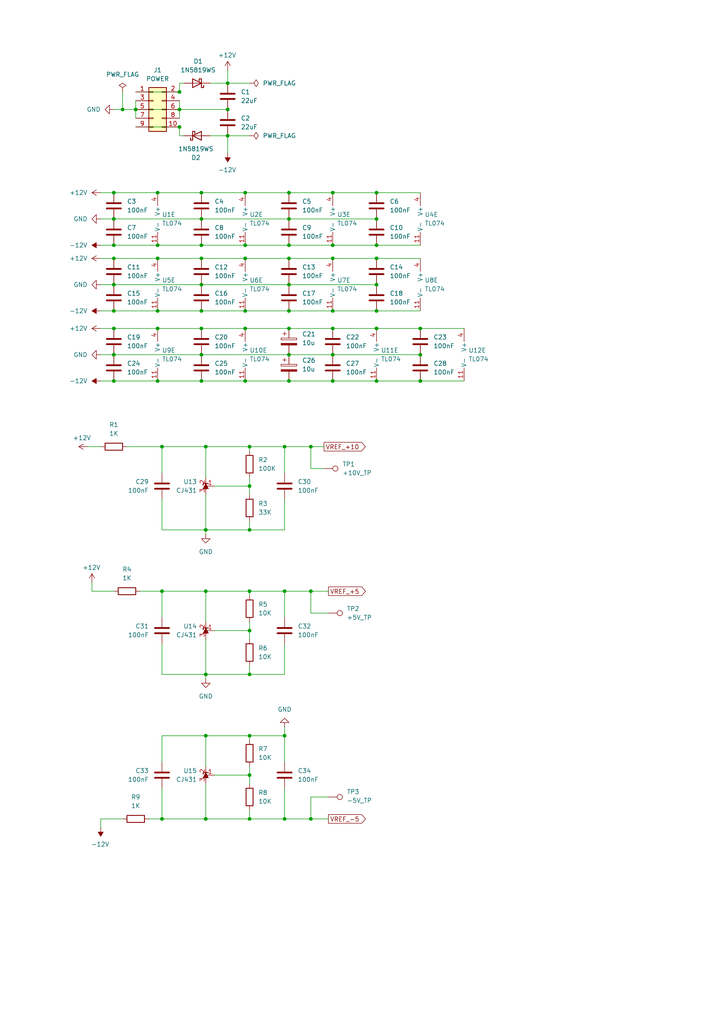
<source format=kicad_sch>
(kicad_sch (version 20231120) (generator "eeschema") (generator_version "8.0")
  (paper "A4" portrait)
  (title_block (title "Power") (date "2025-03-23") (rev "1.0") (company "StudioKAT"))
  (lib_symbols
    (symbol "Amplifier_Operational:TL074" (pin_names (offset 0.127))
      (property "Reference" "U" (at 0 5.08 0))
      (property "Value" "TL074" (at 0 -5.08 0))
      (symbol "TL074_1_1"
        (polyline (pts (xy -5.08 5.08) (xy 5.08 0) (xy -5.08 -5.08) (xy -5.08 5.08)) (stroke (width 0.254)) (fill (type background)))
        (pin output line (at 7.62 0 180) (length 2.54) (name "~") (number "1"))
        (pin input line (at -7.62 -2.54 0) (length 2.54) (name "-") (number "2"))
        (pin input line (at -7.62 2.54 0) (length 2.54) (name "+") (number "3"))
      )
      (symbol "TL074_2_1"
        (polyline (pts (xy -5.08 5.08) (xy 5.08 0) (xy -5.08 -5.08) (xy -5.08 5.08)) (stroke (width 0.254)) (fill (type background)))
        (pin input line (at -7.62 2.54 0) (length 2.54) (name "+") (number "5"))
        (pin input line (at -7.62 -2.54 0) (length 2.54) (name "-") (number "6"))
        (pin output line (at 7.62 0 180) (length 2.54) (name "~") (number "7"))
      )
      (symbol "TL074_3_1"
        (polyline (pts (xy -5.08 5.08) (xy 5.08 0) (xy -5.08 -5.08) (xy -5.08 5.08)) (stroke (width 0.254)) (fill (type background)))
        (pin input line (at -7.62 2.54 0) (length 2.54) (name "+") (number "10"))
        (pin output line (at 7.62 0 180) (length 2.54) (name "~") (number "8"))
        (pin input line (at -7.62 -2.54 0) (length 2.54) (name "-") (number "9"))
      )
      (symbol "TL074_4_1"
        (polyline (pts (xy -5.08 5.08) (xy 5.08 0) (xy -5.08 -5.08) (xy -5.08 5.08)) (stroke (width 0.254)) (fill (type background)))
        (pin input line (at -7.62 2.54 0) (length 2.54) (name "+") (number "12"))
        (pin input line (at -7.62 -2.54 0) (length 2.54) (name "-") (number "13"))
        (pin output line (at 7.62 0 180) (length 2.54) (name "~") (number "14"))
      )
      (symbol "TL074_5_1"
        (pin power_in line (at -2.54 -7.62 90) (length 3.81) (name "V-") (number "11"))
        (pin power_in line (at -2.54 7.62 270) (length 3.81) (name "V+") (number "4"))
      )
    )
    (symbol "Connector:TestPoint" (pin_numbers hide) (pin_names (offset 0.762) hide)
      (property "Reference" "TP" (at 0 6.858 0))
      (property "Value" "TestPoint" (at 0 5.08 0))
      (symbol "TestPoint_0_1"
        (circle (center 0 3.302) (radius 0.762))
      )
      (symbol "TestPoint_1_1"
        (pin passive line (at 0 0 90) (length 2.54) (name "1") (number "1"))
      )
    )
    (symbol "Connector_Generic:Conn_02x05_Odd_Even" (pin_names (offset 1.016) hide)
      (property "Reference" "J" (at 1.27 7.62 0))
      (property "Value" "Conn_02x05_Odd_Even" (at 1.27 -7.62 0))
      (symbol "Conn_02x05_Odd_Even_1_1"
        (rectangle (start -1.27 -4.953) (end 0 -5.207) (stroke (width 0.1524)))
        (rectangle (start -1.27 -2.413) (end 0 -2.667) (stroke (width 0.1524)))
        (rectangle (start -1.27 0.127) (end 0 -0.127) (stroke (width 0.1524)))
        (rectangle (start -1.27 2.667) (end 0 2.413) (stroke (width 0.1524)))
        (rectangle (start -1.27 5.207) (end 0 4.953) (stroke (width 0.1524)))
        (rectangle (start -1.27 6.35) (end 3.81 -6.35) (stroke (width 0.254)) (fill (type background)))
        (rectangle (start 3.81 -4.953) (end 2.54 -5.207) (stroke (width 0.1524)))
        (rectangle (start 3.81 -2.413) (end 2.54 -2.667) (stroke (width 0.1524)))
        (rectangle (start 3.81 0.127) (end 2.54 -0.127) (stroke (width 0.1524)))
        (rectangle (start 3.81 2.667) (end 2.54 2.413) (stroke (width 0.1524)))
        (rectangle (start 3.81 5.207) (end 2.54 4.953) (stroke (width 0.1524)))
        (pin passive line (at -5.08 5.08 0) (length 3.81) (name "Pin_1") (number "1"))
        (pin passive line (at 7.62 -5.08 180) (length 3.81) (name "Pin_10") (number "10"))
        (pin passive line (at 7.62 5.08 180) (length 3.81) (name "Pin_2") (number "2"))
        (pin passive line (at -5.08 2.54 0) (length 3.81) (name "Pin_3") (number "3"))
        (pin passive line (at 7.62 2.54 180) (length 3.81) (name "Pin_4") (number "4"))
        (pin passive line (at -5.08 0 0) (length 3.81) (name "Pin_5") (number "5"))
        (pin passive line (at 7.62 0 180) (length 3.81) (name "Pin_6") (number "6"))
        (pin passive line (at -5.08 -2.54 0) (length 3.81) (name "Pin_7") (number "7"))
        (pin passive line (at 7.62 -2.54 180) (length 3.81) (name "Pin_8") (number "8"))
        (pin passive line (at -5.08 -5.08 0) (length 3.81) (name "Pin_9") (number "9"))
      )
    )
    (symbol "Device:C" (pin_numbers hide) (pin_names (offset 0.254))
      (property "Reference" "C" (at 0.635 2.54 0))
      (property "Value" "C" (at 0.635 -2.54 0))
      (symbol "C_0_1"
        (polyline (pts (xy -2.032 -0.762) (xy 2.032 -0.762)) (stroke (width 0.508)))
        (polyline (pts (xy -2.032 0.762) (xy 2.032 0.762)) (stroke (width 0.508)))
      )
      (symbol "C_1_1"
        (pin passive line (at 0 3.81 270) (length 2.794) (name "~") (number "1"))
        (pin passive line (at 0 -3.81 90) (length 2.794) (name "~") (number "2"))
      )
    )
    (symbol "Device:C_Polarized" (pin_numbers hide) (pin_names (offset 0.254))
      (property "Reference" "C" (at 0.635 2.54 0))
      (property "Value" "C_Polarized" (at 0.635 -2.54 0))
      (symbol "C_Polarized_0_1"
        (rectangle (start -2.286 0.508) (end 2.286 1.016))
        (polyline (pts (xy -1.778 2.286) (xy -0.762 2.286)))
        (polyline (pts (xy -1.27 2.794) (xy -1.27 1.778)))
        (rectangle (start 2.286 -0.508) (end -2.286 -1.016) (fill (type outline)))
      )
      (symbol "C_Polarized_1_1"
        (pin passive line (at 0 3.81 270) (length 2.794) (name "~") (number "1"))
        (pin passive line (at 0 -3.81 90) (length 2.794) (name "~") (number "2"))
      )
    )
    (symbol "Device:R" (pin_numbers hide) (pin_names (offset 0))
      (property "Reference" "R" (at 2.032 0 90))
      (property "Value" "R" (at 0 0 90))
      (symbol "R_0_1"
        (rectangle (start -1.016 -2.54) (end 1.016 2.54) (stroke (width 0.254)))
      )
      (symbol "R_1_1"
        (pin passive line (at 0 3.81 270) (length 1.27) (name "~") (number "1"))
        (pin passive line (at 0 -3.81 90) (length 1.27) (name "~") (number "2"))
      )
    )
    (symbol "Diode:1N5819WS" (pin_numbers hide) (pin_names (offset 1.016) hide)
      (property "Reference" "D" (at 0 2.54 0))
      (property "Value" "1N5819WS" (at 0 -2.54 0))
      (symbol "1N5819WS_0_1"
        (polyline (pts (xy 1.27 0) (xy -1.27 0)))
        (polyline (pts (xy 1.27 1.27) (xy 1.27 -1.27) (xy -1.27 0) (xy 1.27 1.27)) (stroke (width 0.254)))
        (polyline (pts (xy -1.905 0.635) (xy -1.905 1.27) (xy -1.27 1.27) (xy -1.27 -1.27) (xy -0.635 -1.27) (xy -0.635 -0.635)) (stroke (width 0.254)))
      )
      (symbol "1N5819WS_1_1"
        (pin passive line (at -3.81 0 0) (length 2.54) (name "K") (number "1"))
        (pin passive line (at 3.81 0 180) (length 2.54) (name "A") (number "2"))
      )
    )
    (symbol "GND_1" (power) (pin_numbers hide) (pin_names (offset 0) hide)
      (property "Value" "GND" (at 0 -3.81 0))
      (symbol "GND_1_0_1"
        (polyline (pts (xy 0 0) (xy 0 -1.27) (xy 1.27 -1.27) (xy 0 -2.54) (xy -1.27 -1.27) (xy 0 -1.27)))
      )
      (symbol "GND_1_1_1"
        (pin power_in line (at 0 0 270) (length 0) (name "~") (number "1"))
      )
    )
    (symbol "kat_eurorack:CJ431" (pin_names hide)
      (property "Reference" "U" (at -2.54 2.54 0))
      (property "Value" "CJ431" (at 0 -2.54 0))
      (symbol "CJ431_0_1"
        (polyline (pts (xy -1.27 0) (xy 0 0) (xy 1.27 0)))
        (polyline (pts (xy -0.762 -0.762) (xy -0.762 0.762) (xy 0.762 0) (xy -0.762 -0.762)) (fill (type outline)))
        (polyline (pts (xy 0.254 -0.762) (xy 0.762 -0.762) (xy 0.762 0.762) (xy 0.762 0.762)) (stroke (width 0.254)))
      )
      (symbol "CJ431_1_1"
        (pin passive line (at 0 2.54 270) (length 2.54) (name "REF") (number "1"))
        (pin passive line (at 2.54 0 180) (length 2.54) (name "K") (number "2"))
        (pin passive line (at -2.54 0 0) (length 2.54) (name "A") (number "3"))
      )
    )
    (symbol "power:+12V" (power) (pin_numbers hide) (pin_names (offset 0) hide)
      (property "Value" "+12V" (at 0 3.556 0))
      (symbol "+12V_0_1"
        (polyline (pts (xy -0.762 1.27) (xy 0 2.54)))
        (polyline (pts (xy 0 0) (xy 0 2.54)))
        (polyline (pts (xy 0 2.54) (xy 0.762 1.27)))
      )
      (symbol "+12V_1_1"
        (pin power_in line (at 0 0 90) (length 0) (name "~") (number "1"))
      )
    )
    (symbol "power:-12V" (power) (pin_numbers hide) (pin_names (offset 0) hide)
      (property "Value" "-12V" (at 0 3.556 0))
      (symbol "-12V_0_0"
        (pin power_in line (at 0 0 90) (length 0) (name "~") (number "1"))
      )
      (symbol "-12V_0_1"
        (polyline (pts (xy 0 0) (xy 0 1.27) (xy 0.762 1.27) (xy 0 2.54) (xy -0.762 1.27) (xy 0 1.27)) (fill (type outline)))
      )
    )
    (symbol "power:GND" (power) (pin_numbers hide) (pin_names (offset 0) hide)
      (property "Value" "GND" (at 0 -3.81 0))
      (symbol "GND_0_1"
        (polyline (pts (xy 0 0) (xy 0 -1.27) (xy 1.27 -1.27) (xy 0 -2.54) (xy -1.27 -1.27) (xy 0 -1.27)))
      )
      (symbol "GND_1_1"
        (pin power_in line (at 0 0 270) (length 0) (name "~") (number "1"))
      )
    )
    (symbol "power:PWR_FLAG" (power) (pin_numbers hide) (pin_names (offset 0) hide)
      (property "Value" "PWR_FLAG" (at 0 3.81 0))
      (symbol "PWR_FLAG_0_0"
        (pin power_out line (at 0 0 90) (length 0) (name "~") (number "1"))
      )
      (symbol "PWR_FLAG_0_1"
        (polyline (pts (xy 0 0) (xy 0 1.27) (xy -1.016 1.905) (xy 0 2.54) (xy 1.016 1.905) (xy 0 1.27)))
      )
    )
  )
  (junction (at 83.82 55.88))
  (junction (at 58.42 110.49))
  (junction (at 46.99 171.45))
  (junction (at 109.22 110.49))
  (junction (at 58.42 74.93))
  (junction (at 58.42 63.5))
  (junction (at 71.12 95.25))
  (junction (at 33.02 95.25))
  (junction (at 45.72 110.49))
  (junction (at 72.39 237.49))
  (junction (at 83.82 82.55))
  (junction (at 58.42 71.12))
  (junction (at 58.42 102.87))
  (junction (at 109.22 82.55))
  (junction (at 71.12 74.93))
  (junction (at 82.55 171.45))
  (junction (at 71.12 110.49))
  (junction (at 83.82 71.12))
  (junction (at 66.04 24.13))
  (junction (at 58.42 82.55))
  (junction (at 45.72 74.93))
  (junction (at 71.12 90.17))
  (junction (at 96.52 71.12))
  (junction (at 109.22 74.93))
  (junction (at 82.55 213.36))
  (junction (at 71.12 55.88))
  (junction (at 90.17 237.49))
  (junction (at 45.72 55.88))
  (junction (at 72.39 129.54))
  (junction (at 39.37 31.75))
  (junction (at 35.56 31.75))
  (junction (at 46.99 237.49))
  (junction (at 33.02 90.17))
  (junction (at 83.82 63.5))
  (junction (at 83.82 90.17))
  (junction (at 71.12 71.12))
  (junction (at 59.69 129.54))
  (junction (at 58.42 55.88))
  (junction (at 58.42 95.25))
  (junction (at 109.22 71.12))
  (junction (at 96.52 110.49))
  (junction (at 82.55 237.49))
  (junction (at 96.52 55.88))
  (junction (at 72.39 140.97))
  (junction (at 96.52 74.93))
  (junction (at 46.99 129.54))
  (junction (at 45.72 90.17))
  (junction (at 33.02 55.88))
  (junction (at 33.02 102.87))
  (junction (at 59.69 195.58))
  (junction (at 45.72 95.25))
  (junction (at 83.82 110.49))
  (junction (at 96.52 95.25))
  (junction (at 72.39 224.79))
  (junction (at 45.72 71.12))
  (junction (at 58.42 90.17))
  (junction (at 90.17 129.54))
  (junction (at 83.82 102.87))
  (junction (at 96.52 102.87))
  (junction (at 96.52 90.17))
  (junction (at 59.69 237.49))
  (junction (at 121.92 102.87))
  (junction (at 72.39 153.67))
  (junction (at 52.07 31.75))
  (junction (at 72.39 182.88))
  (junction (at 109.22 55.88))
  (junction (at 83.82 95.25))
  (junction (at 33.02 63.5))
  (junction (at 33.02 71.12))
  (junction (at 59.69 171.45))
  (junction (at 52.07 36.83))
  (junction (at 109.22 63.5))
  (junction (at 121.92 110.49))
  (junction (at 90.17 171.45))
  (junction (at 59.69 153.67))
  (junction (at 72.39 171.45))
  (junction (at 33.02 110.49))
  (junction (at 72.39 195.58))
  (junction (at 121.92 95.25))
  (junction (at 59.69 213.36))
  (junction (at 33.02 82.55))
  (junction (at 66.04 39.37))
  (junction (at 72.39 213.36))
  (junction (at 66.04 31.75))
  (junction (at 52.07 26.67))
  (junction (at 33.02 74.93))
  (junction (at 109.22 90.17))
  (junction (at 109.22 95.25))
  (junction (at 83.82 74.93))
  (junction (at 82.55 129.54))
  (wire (pts (xy 109.22 95.25) (xy 121.92 95.25)))
  (wire (pts (xy 71.12 90.17) (xy 83.82 90.17)))
  (wire (pts (xy 39.37 31.75) (xy 39.37 34.29)))
  (wire (pts (xy 60.96 39.37) (xy 66.04 39.37)))
  (wire (pts (xy 96.52 55.88) (xy 109.22 55.88)))
  (wire (pts (xy 29.21 102.87) (xy 33.02 102.87)))
  (wire (pts (xy 59.69 237.49) (xy 72.39 237.49)))
  (wire (pts (xy 59.69 185.42) (xy 59.69 195.58)))
  (wire (pts (xy 90.17 171.45) (xy 95.25 171.45)))
  (wire (pts (xy 82.55 186.69) (xy 82.55 195.58)))
  (wire (pts (xy 33.02 102.87) (xy 58.42 102.87)))
  (wire (pts (xy 71.12 74.93) (xy 83.82 74.93)))
  (wire (pts (xy 96.52 74.93) (xy 109.22 74.93)))
  (wire (pts (xy 93.98 135.89) (xy 90.17 135.89)))
  (wire (pts (xy 52.07 26.67) (xy 52.07 24.13)))
  (wire (pts (xy 90.17 135.89) (xy 90.17 129.54)))
  (wire (pts (xy 33.02 55.88) (xy 45.72 55.88)))
  (wire (pts (xy 72.39 151.13) (xy 72.39 153.67)))
  (wire (pts (xy 60.96 24.13) (xy 66.04 24.13)))
  (wire (pts (xy 40.64 171.45) (xy 46.99 171.45)))
  (wire (pts (xy 72.39 234.95) (xy 72.39 237.49)))
  (wire (pts (xy 46.99 129.54) (xy 46.99 137.16)))
  (wire (pts (xy 96.52 95.25) (xy 109.22 95.25)))
  (wire (pts (xy 83.82 74.93) (xy 96.52 74.93)))
  (wire (pts (xy 72.39 140.97) (xy 72.39 143.51)))
  (wire (pts (xy 46.99 171.45) (xy 59.69 171.45)))
  (wire (pts (xy 33.02 71.12) (xy 45.72 71.12)))
  (wire (pts (xy 83.82 82.55) (xy 109.22 82.55)))
  (wire (pts (xy 82.55 228.6) (xy 82.55 237.49)))
  (wire (pts (xy 83.82 110.49) (xy 96.52 110.49)))
  (wire (pts (xy 109.22 110.49) (xy 121.92 110.49)))
  (wire (pts (xy 82.55 144.78) (xy 82.55 153.67)))
  (wire (pts (xy 59.69 171.45) (xy 72.39 171.45)))
  (wire (pts (xy 82.55 129.54) (xy 72.39 129.54)))
  (wire (pts (xy 71.12 55.88) (xy 83.82 55.88)))
  (wire (pts (xy 46.99 186.69) (xy 46.99 195.58)))
  (wire (pts (xy 33.02 95.25) (xy 45.72 95.25)))
  (wire (pts (xy 59.69 195.58) (xy 72.39 195.58)))
  (wire (pts (xy 134.62 95.25) (xy 121.92 95.25)))
  (wire (pts (xy 72.39 138.43) (xy 72.39 140.97)))
  (wire (pts (xy 46.99 213.36) (xy 59.69 213.36)))
  (wire (pts (xy 82.55 210.82) (xy 82.55 213.36)))
  (wire (pts (xy 52.07 36.83) (xy 52.07 39.37)))
  (wire (pts (xy 39.37 26.67) (xy 52.07 26.67)))
  (wire (pts (xy 26.67 171.45) (xy 33.02 171.45)))
  (wire (pts (xy 62.23 224.79) (xy 72.39 224.79)))
  (wire (pts (xy 58.42 55.88) (xy 71.12 55.88)))
  (wire (pts (xy 72.39 224.79) (xy 72.39 227.33)))
  (wire (pts (xy 29.21 90.17) (xy 33.02 90.17)))
  (wire (pts (xy 29.21 237.49) (xy 35.56 237.49)))
  (wire (pts (xy 71.12 95.25) (xy 83.82 95.25)))
  (wire (pts (xy 45.72 90.17) (xy 58.42 90.17)))
  (wire (pts (xy 52.07 39.37) (xy 53.34 39.37)))
  (wire (pts (xy 109.22 90.17) (xy 121.92 90.17)))
  (wire (pts (xy 71.12 71.12) (xy 83.82 71.12)))
  (wire (pts (xy 66.04 20.32) (xy 66.04 24.13)))
  (wire (pts (xy 33.02 31.75) (xy 35.56 31.75)))
  (wire (pts (xy 46.99 171.45) (xy 46.99 179.07)))
  (wire (pts (xy 90.17 237.49) (xy 95.25 237.49)))
  (wire (pts (xy 29.21 74.93) (xy 33.02 74.93)))
  (wire (pts (xy 59.69 171.45) (xy 59.69 180.34)))
  (wire (pts (xy 59.69 129.54) (xy 72.39 129.54)))
  (wire (pts (xy 29.21 82.55) (xy 33.02 82.55)))
  (wire (pts (xy 83.82 63.5) (xy 109.22 63.5)))
  (wire (pts (xy 96.52 71.12) (xy 109.22 71.12)))
  (wire (pts (xy 36.83 129.54) (xy 46.99 129.54)))
  (wire (pts (xy 83.82 95.25) (xy 96.52 95.25)))
  (wire (pts (xy 82.55 237.49) (xy 90.17 237.49)))
  (wire (pts (xy 33.02 74.93) (xy 45.72 74.93)))
  (wire (pts (xy 45.72 71.12) (xy 58.42 71.12)))
  (wire (pts (xy 62.23 182.88) (xy 72.39 182.88)))
  (wire (pts (xy 33.02 110.49) (xy 45.72 110.49)))
  (wire (pts (xy 46.99 144.78) (xy 46.99 153.67)))
  (wire (pts (xy 66.04 24.13) (xy 72.39 24.13)))
  (wire (pts (xy 83.82 55.88) (xy 96.52 55.88)))
  (wire (pts (xy 39.37 29.21) (xy 39.37 31.75)))
  (wire (pts (xy 46.99 237.49) (xy 59.69 237.49)))
  (wire (pts (xy 95.25 231.14) (xy 90.17 231.14)))
  (wire (pts (xy 52.07 31.75) (xy 66.04 31.75)))
  (wire (pts (xy 46.99 153.67) (xy 59.69 153.67)))
  (wire (pts (xy 72.39 153.67) (xy 82.55 153.67)))
  (wire (pts (xy 59.69 129.54) (xy 59.69 138.43)))
  (wire (pts (xy 96.52 110.49) (xy 109.22 110.49)))
  (wire (pts (xy 96.52 102.87) (xy 121.92 102.87)))
  (wire (pts (xy 35.56 26.67) (xy 35.56 31.75)))
  (wire (pts (xy 58.42 90.17) (xy 71.12 90.17)))
  (wire (pts (xy 46.99 228.6) (xy 46.99 237.49)))
  (wire (pts (xy 72.39 222.25) (xy 72.39 224.79)))
  (wire (pts (xy 52.07 31.75) (xy 52.07 34.29)))
  (wire (pts (xy 46.99 195.58) (xy 59.69 195.58)))
  (wire (pts (xy 58.42 110.49) (xy 71.12 110.49)))
  (wire (pts (xy 29.21 63.5) (xy 33.02 63.5)))
  (wire (pts (xy 46.99 129.54) (xy 59.69 129.54)))
  (wire (pts (xy 43.18 237.49) (xy 46.99 237.49)))
  (wire (pts (xy 58.42 95.25) (xy 71.12 95.25)))
  (wire (pts (xy 59.69 143.51) (xy 59.69 153.67)))
  (wire (pts (xy 90.17 231.14) (xy 90.17 237.49)))
  (wire (pts (xy 58.42 82.55) (xy 83.82 82.55)))
  (wire (pts (xy 59.69 153.67) (xy 72.39 153.67)))
  (wire (pts (xy 71.12 110.49) (xy 83.82 110.49)))
  (wire (pts (xy 29.21 95.25) (xy 33.02 95.25)))
  (wire (pts (xy 59.69 227.33) (xy 59.69 237.49)))
  (wire (pts (xy 109.22 71.12) (xy 121.92 71.12)))
  (wire (pts (xy 45.72 110.49) (xy 58.42 110.49)))
  (wire (pts (xy 58.42 102.87) (xy 83.82 102.87)))
  (wire (pts (xy 109.22 55.88) (xy 121.92 55.88)))
  (wire (pts (xy 82.55 213.36) (xy 72.39 213.36)))
  (wire (pts (xy 58.42 63.5) (xy 83.82 63.5)))
  (wire (pts (xy 82.55 129.54) (xy 90.17 129.54)))
  (wire (pts (xy 45.72 55.88) (xy 58.42 55.88)))
  (wire (pts (xy 45.72 74.93) (xy 58.42 74.93)))
  (wire (pts (xy 83.82 102.87) (xy 96.52 102.87)))
  (wire (pts (xy 26.67 168.91) (xy 26.67 171.45)))
  (wire (pts (xy 72.39 130.81) (xy 72.39 129.54)))
  (wire (pts (xy 66.04 39.37) (xy 66.04 44.45)))
  (wire (pts (xy 72.39 237.49) (xy 82.55 237.49)))
  (wire (pts (xy 52.07 29.21) (xy 52.07 31.75)))
  (wire (pts (xy 72.39 182.88) (xy 72.39 185.42)))
  (wire (pts (xy 59.69 213.36) (xy 72.39 213.36)))
  (wire (pts (xy 58.42 74.93) (xy 71.12 74.93)))
  (wire (pts (xy 72.39 214.63) (xy 72.39 213.36)))
  (wire (pts (xy 82.55 171.45) (xy 90.17 171.45)))
  (wire (pts (xy 59.69 195.58) (xy 59.69 196.85)))
  (wire (pts (xy 134.62 110.49) (xy 121.92 110.49)))
  (wire (pts (xy 33.02 82.55) (xy 58.42 82.55)))
  (wire (pts (xy 33.02 63.5) (xy 58.42 63.5)))
  (wire (pts (xy 109.22 74.93) (xy 121.92 74.93)))
  (wire (pts (xy 29.21 110.49) (xy 33.02 110.49)))
  (wire (pts (xy 83.82 71.12) (xy 96.52 71.12)))
  (wire (pts (xy 82.55 137.16) (xy 82.55 129.54)))
  (wire (pts (xy 29.21 71.12) (xy 33.02 71.12)))
  (wire (pts (xy 25.4 129.54) (xy 29.21 129.54)))
  (wire (pts (xy 62.23 140.97) (xy 72.39 140.97)))
  (wire (pts (xy 35.56 31.75) (xy 39.37 31.75)))
  (wire (pts (xy 90.17 129.54) (xy 93.98 129.54)))
  (wire (pts (xy 82.55 171.45) (xy 72.39 171.45)))
  (wire (pts (xy 33.02 90.17) (xy 45.72 90.17)))
  (wire (pts (xy 58.42 71.12) (xy 71.12 71.12)))
  (wire (pts (xy 29.21 55.88) (xy 33.02 55.88)))
  (wire (pts (xy 52.07 24.13) (xy 53.34 24.13)))
  (wire (pts (xy 39.37 31.75) (xy 52.07 31.75)))
  (wire (pts (xy 82.55 171.45) (xy 82.55 179.07)))
  (wire (pts (xy 96.52 90.17) (xy 109.22 90.17)))
  (wire (pts (xy 46.99 213.36) (xy 46.99 220.98)))
  (wire (pts (xy 59.69 153.67) (xy 59.69 154.94)))
  (wire (pts (xy 66.04 39.37) (xy 72.39 39.37)))
  (wire (pts (xy 72.39 172.72) (xy 72.39 171.45)))
  (wire (pts (xy 95.25 177.8) (xy 90.17 177.8)))
  (wire (pts (xy 72.39 193.04) (xy 72.39 195.58)))
  (wire (pts (xy 45.72 95.25) (xy 58.42 95.25)))
  (wire (pts (xy 90.17 177.8) (xy 90.17 171.45)))
  (wire (pts (xy 72.39 195.58) (xy 82.55 195.58)))
  (wire (pts (xy 82.55 213.36) (xy 82.55 220.98)))
  (wire (pts (xy 59.69 213.36) (xy 59.69 222.25)))
  (wire (pts (xy 83.82 90.17) (xy 96.52 90.17)))
  (wire (pts (xy 39.37 36.83) (xy 52.07 36.83)))
  (wire (pts (xy 29.21 237.49) (xy 29.21 240.03)))
  (wire (pts (xy 72.39 180.34) (xy 72.39 182.88)))
  (global_label "VREF_+5" (shape output) (at 95.25 171.45 0) (property "Intersheetrefs" "${INTERSHEET_REFS}" (effects (hide yes))))
  (global_label "VREF_+10" (shape output) (at 93.98 129.54 0) (property "Intersheetrefs" "${INTERSHEET_REFS}" (effects (hide yes))))
  (global_label "VREF_-5" (shape output) (at 95.25 237.49 0) (property "Intersheetrefs" "${INTERSHEET_REFS}" (effects (hide yes))))
  (symbol (lib_id "Device:C") (at 33.02 67.31 0) (unit 1)
    (property "Reference" "C7" (at 36.83 66.0399 0) (effects (justify left)))
    (property "Value" "100nF" (at 36.83 68.5799 0) (effects (justify left)))
    (property "Footprint" "Capacitor_SMD:C_0402_1005Metric" (effects (hide yes)))
    (property "Description" "Unpolarized capacitor" (effects (hide yes)))
    (property "LCSC" "C1525" (effects (hide yes)))
  )
  (symbol (lib_id "power:PWR_FLAG") (at 72.39 24.13 270) (unit 1)
    (property "Reference" "#FLG01" (effects (hide yes)))
    (property "Value" "PWR_FLAG" (at 76.2 24.1299 90) (effects (justify left)))
    (property "Description" "Special symbol for telling ERC where power comes from" (effects (hide yes)))
  )
  (symbol (lib_id "power:GND") (at 59.69 196.85 0) (unit 1)
    (property "Reference" "#PWR016" (effects (hide yes)))
    (property "Value" "GND" (at 59.69 201.93 0))
    (property "Description" "Power symbol creates a global label with name \"GND\" , ground" (effects (hide yes)))
  )
  (symbol (lib_id "power:PWR_FLAG") (at 72.39 39.37 270) (unit 1)
    (property "Reference" "#FLG03" (effects (hide yes)))
    (property "Value" "PWR_FLAG" (at 76.2 39.3699 90) (effects (justify left)))
    (property "Description" "Special symbol for telling ERC where power comes from" (effects (hide yes)))
  )
  (symbol (lib_id "Device:C") (at 121.92 99.06 0) (unit 1)
    (property "Reference" "C23" (at 125.73 97.7899 0) (effects (justify left)))
    (property "Value" "100nF" (at 125.73 100.3299 0) (effects (justify left)))
    (property "Footprint" "Capacitor_SMD:C_0402_1005Metric" (effects (hide yes)))
    (property "Description" "Unpolarized capacitor" (effects (hide yes)))
    (property "LCSC" "C1525" (effects (hide yes)))
  )
  (symbol (lib_id "Device:C") (at 46.99 182.88 0) (mirror y) (unit 1)
    (property "Reference" "C31" (at 43.18 181.6099 0) (effects (justify left)))
    (property "Value" "100nF" (at 43.18 184.1499 0) (effects (justify left)))
    (property "Footprint" "Capacitor_SMD:C_0402_1005Metric" (effects (hide yes)))
    (property "Description" "Unpolarized capacitor" (effects (hide yes)))
    (property "LCSC" "C1525" (effects (hide yes)))
  )
  (symbol (lib_id "Device:C") (at 83.82 59.69 0) (unit 1)
    (property "Reference" "C5" (at 87.63 58.4199 0) (effects (justify left)))
    (property "Value" "100nF" (at 87.63 60.9599 0) (effects (justify left)))
    (property "Footprint" "Capacitor_SMD:C_0402_1005Metric" (effects (hide yes)))
    (property "Description" "Unpolarized capacitor" (effects (hide yes)))
    (property "LCSC" "C1525" (effects (hide yes)))
  )
  (symbol (lib_id "Device:C") (at 96.52 99.06 0) (unit 1)
    (property "Reference" "C22" (at 100.33 97.7899 0) (effects (justify left)))
    (property "Value" "100nF" (at 100.33 100.3299 0) (effects (justify left)))
    (property "Footprint" "Capacitor_SMD:C_0402_1005Metric" (effects (hide yes)))
    (property "Description" "Unpolarized capacitor" (effects (hide yes)))
    (property "LCSC" "C1525" (effects (hide yes)))
  )
  (symbol (lib_id "Device:C") (at 66.04 27.94 0) (unit 1)
    (property "Reference" "C1" (at 69.85 26.6699 0) (effects (justify left)))
    (property "Value" "22uF" (at 69.85 29.2099 0) (effects (justify left)))
    (property "Footprint" "Capacitor_SMD:C_0805_2012Metric" (effects (hide yes)))
    (property "Description" "Unpolarized capacitor" (effects (hide yes)))
    (property "LCSC" "C45783" (effects (hide yes)))
  )
  (symbol (lib_id "power:+12V") (at 29.21 74.93 90) (unit 1)
    (property "Reference" "#PWR07" (effects (hide yes)))
    (property "Value" "+12V" (at 25.4 74.9299 90) (effects (justify left)))
    (property "Description" "Power symbol creates a global label with name \"+12V\"" (effects (hide yes)))
  )
  (symbol (lib_id "Device:C") (at 96.52 106.68 0) (unit 1)
    (property "Reference" "C27" (at 100.33 105.4099 0) (effects (justify left)))
    (property "Value" "100nF" (at 100.33 107.9499 0) (effects (justify left)))
    (property "Footprint" "Capacitor_SMD:C_0402_1005Metric" (effects (hide yes)))
    (property "Description" "Unpolarized capacitor" (effects (hide yes)))
    (property "LCSC" "C1525" (effects (hide yes)))
  )
  (symbol (lib_id "Device:R") (at 72.39 176.53 0) (unit 1)
    (property "Reference" "R5" (at 74.93 175.2599 0) (effects (justify left)))
    (property "Value" "10K" (at 74.93 177.7999 0) (effects (justify left)))
    (property "Footprint" "Resistor_SMD:R_0402_1005Metric" (effects (hide yes)))
    (property "Description" "Resistor" (effects (hide yes)))
    (property "LCSC" "C25744" (effects (hide yes)))
  )
  (symbol (lib_id "power:-12V") (at 66.04 44.45 180) (unit 1)
    (property "Reference" "#PWR03" (effects (hide yes)))
    (property "Value" "-12V" (at 63.246 49.276 0) (effects (justify right)))
    (property "Description" "Power symbol creates a global label with name \"-12V\"" (effects (hide yes)))
  )
  (symbol (lib_id "Device:C") (at 109.22 86.36 0) (unit 1)
    (property "Reference" "C18" (at 113.03 85.0899 0) (effects (justify left)))
    (property "Value" "100nF" (at 113.03 87.6299 0) (effects (justify left)))
    (property "Footprint" "Capacitor_SMD:C_0402_1005Metric" (effects (hide yes)))
    (property "Description" "Unpolarized capacitor" (effects (hide yes)))
    (property "LCSC" "C1525" (effects (hide yes)))
  )
  (symbol (lib_id "Amplifier_Operational:TL074") (at 124.46 82.55 0) (unit 5)
    (property "Reference" "U8" (at 123.19 81.2799 0) (effects (justify left)))
    (property "Value" "TL074" (at 123.19 83.8199 0) (effects (justify left)))
    (property "Footprint" "Package_SO:TSSOP-14_4.4x5mm_P0.65mm" (effects (hide yes)))
    (property "Datasheet" "http://www.ti.com/lit/ds/symlink/tl071.pdf" (effects (hide yes)))
    (property "Description" "Quad Low-Noise JFET-Input Operational Amplifiers, DIP-14/SOIC-14" (effects (hide yes)))
  )
  (symbol (lib_id "power:-12V") (at 29.21 71.12 90) (unit 1)
    (property "Reference" "#PWR06" (effects (hide yes)))
    (property "Value" "-12V" (at 25.4 71.1199 90) (effects (justify left)))
    (property "Description" "Power symbol creates a global label with name \"-12V\"" (effects (hide yes)))
  )
  (symbol (lib_id "Device:C") (at 46.99 140.97 0) (mirror y) (unit 1)
    (property "Reference" "C29" (at 43.18 139.6999 0) (effects (justify left)))
    (property "Value" "100nF" (at 43.18 142.2399 0) (effects (justify left)))
    (property "Footprint" "Capacitor_SMD:C_0402_1005Metric" (effects (hide yes)))
    (property "Description" "Unpolarized capacitor" (effects (hide yes)))
    (property "LCSC" "C1525" (effects (hide yes)))
  )
  (symbol (lib_id "Device:R") (at 72.39 189.23 0) (unit 1)
    (property "Reference" "R6" (at 74.93 187.9599 0) (effects (justify left)))
    (property "Value" "10K" (at 74.93 190.4999 0) (effects (justify left)))
    (property "Footprint" "Resistor_SMD:R_0402_1005Metric" (effects (hide yes)))
    (property "Description" "Resistor" (effects (hide yes)))
    (property "LCSC" "C25744" (effects (hide yes)))
  )
  (symbol (lib_id "power:GND") (at 29.21 102.87 270) (unit 1)
    (property "Reference" "#PWR011" (effects (hide yes)))
    (property "Value" "GND" (at 25.4 102.8699 90) (effects (justify right)))
    (property "Description" "Power symbol creates a global label with name \"GND\" , ground" (effects (hide yes)))
  )
  (symbol (lib_id "Device:C") (at 58.42 86.36 0) (unit 1)
    (property "Reference" "C16" (at 62.23 85.0899 0) (effects (justify left)))
    (property "Value" "100nF" (at 62.23 87.6299 0) (effects (justify left)))
    (property "Footprint" "Capacitor_SMD:C_0402_1005Metric" (effects (hide yes)))
    (property "Description" "Unpolarized capacitor" (effects (hide yes)))
    (property "LCSC" "C1525" (effects (hide yes)))
  )
  (symbol (lib_id "Connector_Generic:Conn_02x05_Odd_Even") (at 44.45 31.75 0) (unit 1)
    (property "Reference" "J1" (at 45.72 20.32 0))
    (property "Value" "POWER" (at 45.72 22.86 0))
    (property "Footprint" "kat_eurorack:PinHeader_2x05_2.54mm_Europower" (effects (hide yes)))
    (property "Description" "Generic connector, double row, 02x05, odd/even pin numbering scheme (row 1 odd numbers, row 2 even numbers), script generated (kicad-library-utils/schlib/autogen/connector/)" (effects (hide yes)))
  )
  (symbol (lib_id "Connector:TestPoint") (at 95.25 231.14 270) (unit 1)
    (property "Reference" "TP3" (at 100.584 229.616 90) (effects (justify left)))
    (property "Value" "-5V_TP" (at 100.584 232.156 90) (effects (justify left)))
    (property "Footprint" "TestPoint:TestPoint_Pad_1.0x1.0mm" (effects (hide yes)))
    (property "Description" "test point" (effects (hide yes)))
  )
  (symbol (lib_id "Amplifier_Operational:TL074") (at 48.26 63.5 0) (unit 5)
    (property "Reference" "U1" (at 46.99 62.2299 0) (effects (justify left)))
    (property "Value" "TL074" (at 46.99 64.7699 0) (effects (justify left)))
    (property "Footprint" "Package_SO:TSSOP-14_4.4x5mm_P0.65mm" (effects (hide yes)))
    (property "Datasheet" "http://www.ti.com/lit/ds/symlink/tl071.pdf" (effects (hide yes)))
    (property "Description" "Quad Low-Noise JFET-Input Operational Amplifiers, DIP-14/SOIC-14" (effects (hide yes)))
    (property "LCSC" "C4370424" (effects (hide yes)))
  )
  (symbol (lib_id "Amplifier_Operational:TL074") (at 73.66 63.5 0) (unit 5)
    (property "Reference" "U2" (at 72.39 62.2299 0) (effects (justify left)))
    (property "Value" "TL074" (at 72.39 64.7699 0) (effects (justify left)))
    (property "Footprint" "Package_SO:TSSOP-14_4.4x5mm_P0.65mm" (effects (hide yes)))
    (property "Datasheet" "http://www.ti.com/lit/ds/symlink/tl071.pdf" (effects (hide yes)))
    (property "Description" "Quad Low-Noise JFET-Input Operational Amplifiers, DIP-14/SOIC-14" (effects (hide yes)))
    (property "LCSC" "C4370424" (effects (hide yes)))
  )
  (symbol (lib_id "Amplifier_Operational:TL074") (at 111.76 102.87 0) (unit 5)
    (property "Reference" "U11" (at 110.49 101.5999 0) (effects (justify left)))
    (property "Value" "TL074" (at 110.49 104.1399 0) (effects (justify left)))
    (property "Footprint" "Package_SO:TSSOP-14_4.4x5mm_P0.65mm" (effects (hide yes)))
    (property "Datasheet" "http://www.ti.com/lit/ds/symlink/tl071.pdf" (effects (hide yes)))
    (property "Description" "Quad Low-Noise JFET-Input Operational Amplifiers, DIP-14/SOIC-14" (effects (hide yes)))
    (property "LCSC" "C4370424" (effects (hide yes)))
  )
  (symbol (lib_id "Amplifier_Operational:TL074") (at 99.06 82.55 0) (unit 5)
    (property "Reference" "U7" (at 97.79 81.2799 0) (effects (justify left)))
    (property "Value" "TL074" (at 97.79 83.8199 0) (effects (justify left)))
    (property "Footprint" "Package_SO:TSSOP-14_4.4x5mm_P0.65mm" (effects (hide yes)))
    (property "Datasheet" "http://www.ti.com/lit/ds/symlink/tl071.pdf" (effects (hide yes)))
    (property "Description" "Quad Low-Noise JFET-Input Operational Amplifiers, DIP-14/SOIC-14" (effects (hide yes)))
  )
  (symbol (lib_id "Device:C") (at 82.55 224.79 0) (unit 1)
    (property "Reference" "C34" (at 86.36 223.5199 0) (effects (justify left)))
    (property "Value" "100nF" (at 86.36 226.0599 0) (effects (justify left)))
    (property "Footprint" "Capacitor_SMD:C_0402_1005Metric" (effects (hide yes)))
    (property "Description" "Unpolarized capacitor" (effects (hide yes)))
    (property "LCSC" "C1525" (effects (hide yes)))
  )
  (symbol (lib_id "power:-12V") (at 29.21 240.03 180) (unit 1)
    (property "Reference" "#PWR018" (effects (hide yes)))
    (property "Value" "-12V" (at 26.416 244.856 0) (effects (justify right)))
    (property "Description" "Power symbol creates a global label with name \"-12V\"" (effects (hide yes)))
  )
  (symbol (lib_id "power:GND") (at 82.55 210.82 0) (mirror x) (unit 1)
    (property "Reference" "#PWR017" (effects (hide yes)))
    (property "Value" "GND" (at 82.55 205.74 0))
    (property "Description" "Power symbol creates a global label with name \"GND\" , ground" (effects (hide yes)))
  )
  (symbol (lib_id "power:PWR_FLAG") (at 35.56 26.67 0) (unit 1)
    (property "Reference" "#FLG02" (effects (hide yes)))
    (property "Value" "PWR_FLAG" (at 35.56 21.59 0))
    (property "Description" "Special symbol for telling ERC where power comes from" (effects (hide yes)))
  )
  (symbol (lib_id "power:GND") (at 33.02 31.75 270) (mirror x) (unit 1)
    (property "Reference" "#PWR02" (effects (hide yes)))
    (property "Value" "GND" (at 29.21 31.7499 90) (effects (justify right)))
    (property "Description" "Power symbol creates a global label with name \"GND\" , ground" (effects (hide yes)))
  )
  (symbol (lib_id "Amplifier_Operational:TL074") (at 124.46 63.5 0) (unit 5)
    (property "Reference" "U4" (at 123.19 62.2299 0) (effects (justify left)))
    (property "Value" "TL074" (at 123.19 64.7699 0) (effects (justify left)))
    (property "Footprint" "Package_SO:TSSOP-14_4.4x5mm_P0.65mm" (effects (hide yes)))
    (property "Datasheet" "http://www.ti.com/lit/ds/symlink/tl071.pdf" (effects (hide yes)))
    (property "Description" "Quad Low-Noise JFET-Input Operational Amplifiers, DIP-14/SOIC-14" (effects (hide yes)))
    (property "LCSC" "C4370424" (effects (hide yes)))
  )
  (symbol (lib_id "power:+12V") (at 66.04 20.32 0) (unit 1)
    (property "Reference" "#PWR01" (effects (hide yes)))
    (property "Value" "+12V" (at 63.246 16.002 0) (effects (justify left)))
    (property "Description" "Power symbol creates a global label with name \"+12V\"" (effects (hide yes)))
  )
  (symbol (lib_id "Device:C") (at 33.02 78.74 0) (unit 1)
    (property "Reference" "C11" (at 36.83 77.4699 0) (effects (justify left)))
    (property "Value" "100nF" (at 36.83 80.0099 0) (effects (justify left)))
    (property "Footprint" "Capacitor_SMD:C_0402_1005Metric" (effects (hide yes)))
    (property "Description" "Unpolarized capacitor" (effects (hide yes)))
    (property "LCSC" "C1525" (effects (hide yes)))
  )
  (symbol (lib_id "Device:C") (at 33.02 99.06 0) (unit 1)
    (property "Reference" "C19" (at 36.83 97.7899 0) (effects (justify left)))
    (property "Value" "100nF" (at 36.83 100.3299 0) (effects (justify left)))
    (property "Footprint" "Capacitor_SMD:C_0402_1005Metric" (effects (hide yes)))
    (property "Description" "Unpolarized capacitor" (effects (hide yes)))
    (property "LCSC" "C1525" (effects (hide yes)))
  )
  (symbol (lib_id "power:+12V") (at 25.4 129.54 90) (unit 1)
    (property "Reference" "#PWR013" (effects (hide yes)))
    (property "Value" "+12V" (at 26.416 127 90) (effects (justify left)))
    (property "Description" "Power symbol creates a global label with name \"+12V\"" (effects (hide yes)))
  )
  (symbol (lib_id "Amplifier_Operational:TL074") (at 137.16 102.87 0) (unit 5)
    (property "Reference" "U12" (at 135.89 101.5999 0) (effects (justify left)))
    (property "Value" "TL074" (at 135.89 104.1399 0) (effects (justify left)))
    (property "Footprint" "Package_SO:TSSOP-14_4.4x5mm_P0.65mm" (effects (hide yes)))
    (property "Datasheet" "http://www.ti.com/lit/ds/symlink/tl071.pdf" (effects (hide yes)))
    (property "Description" "Quad Low-Noise JFET-Input Operational Amplifiers, DIP-14/SOIC-14" (effects (hide yes)))
    (property "LCSC" "C4370424" (effects (hide yes)))
  )
  (symbol (lib_id "Device:R") (at 33.02 129.54 90) (unit 1)
    (property "Reference" "R1" (at 33.02 123.19 90))
    (property "Value" "1K" (at 33.02 125.73 90))
    (property "Footprint" "Resistor_SMD:R_0402_1005Metric" (effects (hide yes)))
    (property "Description" "Resistor" (effects (hide yes)))
    (property "LCSC" "C11702" (effects (hide yes)))
  )
  (symbol (lib_id "Amplifier_Operational:TL074") (at 99.06 63.5 0) (unit 5)
    (property "Reference" "U3" (at 97.79 62.2299 0) (effects (justify left)))
    (property "Value" "TL074" (at 97.79 64.7699 0) (effects (justify left)))
    (property "Footprint" "Package_SO:TSSOP-14_4.4x5mm_P0.65mm" (effects (hide yes)))
    (property "Datasheet" "http://www.ti.com/lit/ds/symlink/tl071.pdf" (effects (hide yes)))
    (property "Description" "Quad Low-Noise JFET-Input Operational Amplifiers, DIP-14/SOIC-14" (effects (hide yes)))
    (property "LCSC" "C4370424" (effects (hide yes)))
  )
  (symbol (lib_id "Device:R") (at 72.39 218.44 0) (unit 1)
    (property "Reference" "R7" (at 74.93 217.1699 0) (effects (justify left)))
    (property "Value" "10K" (at 74.93 219.7099 0) (effects (justify left)))
    (property "Footprint" "Resistor_SMD:R_0402_1005Metric" (effects (hide yes)))
    (property "Description" "Resistor" (effects (hide yes)))
    (property "LCSC" "C25744" (effects (hide yes)))
  )
  (symbol (lib_id "Device:C") (at 109.22 67.31 0) (unit 1)
    (property "Reference" "C10" (at 113.03 66.0399 0) (effects (justify left)))
    (property "Value" "100nF" (at 113.03 68.5799 0) (effects (justify left)))
    (property "Footprint" "Capacitor_SMD:C_0402_1005Metric" (effects (hide yes)))
    (property "Description" "Unpolarized capacitor" (effects (hide yes)))
    (property "LCSC" "C1525" (effects (hide yes)))
  )
  (symbol (lib_id "Device:C") (at 121.92 106.68 0) (unit 1)
    (property "Reference" "C28" (at 125.73 105.4099 0) (effects (justify left)))
    (property "Value" "100nF" (at 125.73 107.9499 0) (effects (justify left)))
    (property "Footprint" "Capacitor_SMD:C_0402_1005Metric" (effects (hide yes)))
    (property "Description" "Unpolarized capacitor" (effects (hide yes)))
    (property "LCSC" "C1525" (effects (hide yes)))
  )
  (symbol (lib_id "Amplifier_Operational:TL074") (at 48.26 82.55 0) (unit 5)
    (property "Reference" "U5" (at 46.99 81.2799 0) (effects (justify left)))
    (property "Value" "TL074" (at 46.99 83.8199 0) (effects (justify left)))
    (property "Footprint" "Package_SO:TSSOP-14_4.4x5mm_P0.65mm" (effects (hide yes)))
    (property "Datasheet" "http://www.ti.com/lit/ds/symlink/tl071.pdf" (effects (hide yes)))
    (property "Description" "Quad Low-Noise JFET-Input Operational Amplifiers, DIP-14/SOIC-14" (effects (hide yes)))
  )
  (symbol (lib_id "Diode:1N5819WS") (at 57.15 24.13 180) (unit 1)
    (property "Reference" "D1" (at 57.4675 17.78 0))
    (property "Value" "1N5819WS" (at 57.4675 20.32 0))
    (property "Footprint" "Diode_SMD:D_SOD-323" (effects (hide yes)))
    (property "Datasheet" "https://datasheet.lcsc.com/lcsc/2204281430_Guangdong-Hottech-1N5819WS_C191023.pdf" (effects (hide yes)))
    (property "Description" "40V 600mV@1A 1A SOD-323 Schottky Barrier Diodes, SOD-323" (effects (hide yes)))
    (property "LCSC" "C64886" (effects (hide yes)))
  )
  (symbol (lib_id "Device:C") (at 83.82 86.36 0) (unit 1)
    (property "Reference" "C17" (at 87.63 85.0899 0) (effects (justify left)))
    (property "Value" "100nF" (at 87.63 87.6299 0) (effects (justify left)))
    (property "Footprint" "Capacitor_SMD:C_0402_1005Metric" (effects (hide yes)))
    (property "Description" "Unpolarized capacitor" (effects (hide yes)))
    (property "LCSC" "C1525" (effects (hide yes)))
  )
  (symbol (lib_id "Device:C") (at 83.82 78.74 0) (unit 1)
    (property "Reference" "C13" (at 87.63 77.4699 0) (effects (justify left)))
    (property "Value" "100nF" (at 87.63 80.0099 0) (effects (justify left)))
    (property "Footprint" "Capacitor_SMD:C_0402_1005Metric" (effects (hide yes)))
    (property "Description" "Unpolarized capacitor" (effects (hide yes)))
    (property "LCSC" "C1525" (effects (hide yes)))
  )
  (symbol (lib_id "Device:C") (at 58.42 106.68 0) (unit 1)
    (property "Reference" "C25" (at 62.23 105.4099 0) (effects (justify left)))
    (property "Value" "100nF" (at 62.23 107.9499 0) (effects (justify left)))
    (property "Footprint" "Capacitor_SMD:C_0402_1005Metric" (effects (hide yes)))
    (property "Description" "Unpolarized capacitor" (effects (hide yes)))
    (property "LCSC" "C1525" (effects (hide yes)))
  )
  (symbol (lib_id "Amplifier_Operational:TL074") (at 73.66 102.87 0) (unit 5)
    (property "Reference" "U10" (at 72.39 101.5999 0) (effects (justify left)))
    (property "Value" "TL074" (at 72.39 104.1399 0) (effects (justify left)))
    (property "Footprint" "Package_SO:TSSOP-14_4.4x5mm_P0.65mm" (effects (hide yes)))
    (property "Datasheet" "http://www.ti.com/lit/ds/symlink/tl071.pdf" (effects (hide yes)))
    (property "Description" "Quad Low-Noise JFET-Input Operational Amplifiers, DIP-14/SOIC-14" (effects (hide yes)))
    (property "LCSC" "C4370424" (effects (hide yes)))
  )
  (symbol (lib_id "Device:C") (at 33.02 106.68 0) (unit 1)
    (property "Reference" "C24" (at 36.83 105.4099 0) (effects (justify left)))
    (property "Value" "100nF" (at 36.83 107.9499 0) (effects (justify left)))
    (property "Footprint" "Capacitor_SMD:C_0402_1005Metric" (effects (hide yes)))
    (property "Description" "Unpolarized capacitor" (effects (hide yes)))
    (property "LCSC" "C1525" (effects (hide yes)))
  )
  (symbol (lib_id "Device:R") (at 72.39 231.14 0) (unit 1)
    (property "Reference" "R8" (at 74.93 229.8699 0) (effects (justify left)))
    (property "Value" "10K" (at 74.93 232.4099 0) (effects (justify left)))
    (property "Footprint" "Resistor_SMD:R_0402_1005Metric" (effects (hide yes)))
    (property "Description" "Resistor" (effects (hide yes)))
    (property "LCSC" "C25744" (effects (hide yes)))
  )
  (symbol (lib_id "Device:C") (at 46.99 224.79 0) (mirror y) (unit 1)
    (property "Reference" "C33" (at 43.18 223.5199 0) (effects (justify left)))
    (property "Value" "100nF" (at 43.18 226.0599 0) (effects (justify left)))
    (property "Footprint" "Capacitor_SMD:C_0402_1005Metric" (effects (hide yes)))
    (property "Description" "Unpolarized capacitor" (effects (hide yes)))
    (property "LCSC" "C1525" (effects (hide yes)))
  )
  (symbol (lib_id "power:-12V") (at 29.21 90.17 90) (unit 1)
    (property "Reference" "#PWR09" (effects (hide yes)))
    (property "Value" "-12V" (at 25.4 90.1699 90) (effects (justify left)))
    (property "Description" "Power symbol creates a global label with name \"-12V\"" (effects (hide yes)))
  )
  (symbol (lib_id "kat_eurorack:CJ431") (at 59.69 224.79 270) (mirror x) (unit 1)
    (property "Reference" "U15" (at 57.15 223.5199 90) (effects (justify right)))
    (property "Value" "CJ431" (at 57.15 226.0599 90) (effects (justify right)))
    (property "Footprint" "Package_TO_SOT_SMD:SOT-23" (effects (hide yes)))
    (property "Datasheet" "https://jlcpcb.com/api/file/downloadByFileSystemAccessId/8579708596521009152" (effects (hide yes)))
    (property "Description" "Shunt Regulator, SOT-23" (effects (hide yes)))
    (property "LCSC" "C3113" (effects (hide yes)))
  )
  (symbol (lib_id "Connector:TestPoint") (at 95.25 177.8 270) (mirror x) (unit 1)
    (property "Reference" "TP2" (at 100.584 176.53 90) (effects (justify left)))
    (property "Value" "+5V_TP" (at 100.584 179.07 90) (effects (justify left)))
    (property "Footprint" "TestPoint:TestPoint_Pad_1.0x1.0mm" (effects (hide yes)))
    (property "Description" "test point" (effects (hide yes)))
  )
  (symbol (lib_id "Device:R") (at 72.39 134.62 0) (unit 1)
    (property "Reference" "R2" (at 74.93 133.3499 0) (effects (justify left)))
    (property "Value" "100K" (at 74.93 135.8899 0) (effects (justify left)))
    (property "Footprint" "Resistor_SMD:R_0402_1005Metric" (effects (hide yes)))
    (property "Description" "Resistor" (effects (hide yes)))
    (property "LCSC" "C25741" (effects (hide yes)))
  )
  (symbol (lib_id "Device:C") (at 58.42 78.74 0) (unit 1)
    (property "Reference" "C12" (at 62.23 77.4699 0) (effects (justify left)))
    (property "Value" "100nF" (at 62.23 80.0099 0) (effects (justify left)))
    (property "Footprint" "Capacitor_SMD:C_0402_1005Metric" (effects (hide yes)))
    (property "Description" "Unpolarized capacitor" (effects (hide yes)))
    (property "LCSC" "C1525" (effects (hide yes)))
  )
  (symbol (lib_id "Device:C_Polarized") (at 83.82 99.06 0) (unit 1)
    (property "Reference" "C21" (at 87.63 96.9009 0) (effects (justify left)))
    (property "Value" "10u" (at 87.63 99.4409 0) (effects (justify left)))
    (property "Footprint" "Capacitor_Tantalum_SMD:CP_EIA-3216-18_Kemet-A" (effects (hide yes)))
    (property "Description" "Polarized capacitor" (effects (hide yes)))
    (property "LCSC" "C7171" (effects (hide yes)))
  )
  (symbol (lib_id "Device:C") (at 83.82 67.31 0) (unit 1)
    (property "Reference" "C9" (at 87.63 66.0399 0) (effects (justify left)))
    (property "Value" "100nF" (at 87.63 68.5799 0) (effects (justify left)))
    (property "Footprint" "Capacitor_SMD:C_0402_1005Metric" (effects (hide yes)))
    (property "Description" "Unpolarized capacitor" (effects (hide yes)))
    (property "LCSC" "C1525" (effects (hide yes)))
  )
  (symbol (lib_id "power:+12V") (at 29.21 95.25 90) (unit 1)
    (property "Reference" "#PWR010" (effects (hide yes)))
    (property "Value" "+12V" (at 25.4 95.2499 90) (effects (justify left)))
    (property "Description" "Power symbol creates a global label with name \"+12V\"" (effects (hide yes)))
  )
  (symbol (lib_id "Diode:1N5819WS") (at 57.15 39.37 0) (mirror x) (unit 1)
    (property "Reference" "D2" (at 56.8325 45.72 0))
    (property "Value" "1N5819WS" (at 56.8325 43.18 0))
    (property "Footprint" "Diode_SMD:D_SOD-323" (effects (hide yes)))
    (property "Datasheet" "https://datasheet.lcsc.com/lcsc/2204281430_Guangdong-Hottech-1N5819WS_C191023.pdf" (effects (hide yes)))
    (property "Description" "40V 600mV@1A 1A SOD-323 Schottky Barrier Diodes, SOD-323" (effects (hide yes)))
    (property "LCSC" "C64886" (effects (hide yes)))
  )
  (symbol (lib_id "power:+12V") (at 26.67 168.91 0) (unit 1)
    (property "Reference" "#PWR015" (effects (hide yes)))
    (property "Value" "+12V" (at 23.876 164.592 0) (effects (justify left)))
    (property "Description" "Power symbol creates a global label with name \"+12V\"" (effects (hide yes)))
  )
  (symbol (lib_id "Device:C") (at 33.02 59.69 0) (unit 1)
    (property "Reference" "C3" (at 36.83 58.4199 0) (effects (justify left)))
    (property "Value" "100nF" (at 36.83 60.9599 0) (effects (justify left)))
    (property "Footprint" "Capacitor_SMD:C_0402_1005Metric" (effects (hide yes)))
    (property "Description" "Unpolarized capacitor" (effects (hide yes)))
    (property "LCSC" "C1525" (effects (hide yes)))
  )
  (symbol (lib_id "Device:C") (at 82.55 140.97 0) (unit 1)
    (property "Reference" "C30" (at 86.36 139.6999 0) (effects (justify left)))
    (property "Value" "100nF" (at 86.36 142.2399 0) (effects (justify left)))
    (property "Footprint" "Capacitor_SMD:C_0402_1005Metric" (effects (hide yes)))
    (property "Description" "Unpolarized capacitor" (effects (hide yes)))
    (property "LCSC" "C1525" (effects (hide yes)))
  )
  (symbol (lib_id "Device:R") (at 36.83 171.45 90) (unit 1)
    (property "Reference" "R4" (at 36.83 165.1 90))
    (property "Value" "1K" (at 36.83 167.64 90))
    (property "Footprint" "Resistor_SMD:R_0402_1005Metric" (effects (hide yes)))
    (property "Description" "Resistor" (effects (hide yes)))
    (property "LCSC" "C11702" (effects (hide yes)))
  )
  (symbol (lib_id "kat_eurorack:CJ431") (at 59.69 140.97 270) (mirror x) (unit 1)
    (property "Reference" "U13" (at 57.15 139.6999 90) (effects (justify right)))
    (property "Value" "CJ431" (at 57.15 142.2399 90) (effects (justify right)))
    (property "Footprint" "Package_TO_SOT_SMD:SOT-23" (effects (hide yes)))
    (property "Datasheet" "https://jlcpcb.com/api/file/downloadByFileSystemAccessId/8579708596521009152" (effects (hide yes)))
    (property "Description" "Shunt Regulator, SOT-23" (effects (hide yes)))
    (property "LCSC" "C3113" (effects (hide yes)))
  )
  (symbol (lib_id "Device:C") (at 33.02 86.36 0) (unit 1)
    (property "Reference" "C15" (at 36.83 85.0899 0) (effects (justify left)))
    (property "Value" "100nF" (at 36.83 87.6299 0) (effects (justify left)))
    (property "Footprint" "Capacitor_SMD:C_0402_1005Metric" (effects (hide yes)))
    (property "Description" "Unpolarized capacitor" (effects (hide yes)))
    (property "LCSC" "C1525" (effects (hide yes)))
  )
  (symbol (lib_id "power:+12V") (at 29.21 55.88 90) (unit 1)
    (property "Reference" "#PWR04" (effects (hide yes)))
    (property "Value" "+12V" (at 25.4 55.8799 90) (effects (justify left)))
    (property "Description" "Power symbol creates a global label with name \"+12V\"" (effects (hide yes)))
  )
  (symbol (lib_name "GND_1") (lib_id "power:GND") (at 59.69 154.94 0) (unit 1)
    (property "Reference" "#PWR014" (effects (hide yes)))
    (property "Value" "GND" (at 59.69 160.02 0))
    (property "Description" "Power symbol creates a global label with name \"GND\" , ground" (effects (hide yes)))
  )
  (symbol (lib_id "Device:C") (at 82.55 182.88 0) (unit 1)
    (property "Reference" "C32" (at 86.36 181.6099 0) (effects (justify left)))
    (property "Value" "100nF" (at 86.36 184.1499 0) (effects (justify left)))
    (property "Footprint" "Capacitor_SMD:C_0402_1005Metric" (effects (hide yes)))
    (property "Description" "Unpolarized capacitor" (effects (hide yes)))
    (property "LCSC" "C1525" (effects (hide yes)))
  )
  (symbol (lib_id "power:-12V") (at 29.21 110.49 90) (unit 1)
    (property "Reference" "#PWR012" (effects (hide yes)))
    (property "Value" "-12V" (at 25.4 110.4899 90) (effects (justify left)))
    (property "Description" "Power symbol creates a global label with name \"-12V\"" (effects (hide yes)))
  )
  (symbol (lib_id "power:GND") (at 29.21 63.5 270) (unit 1)
    (property "Reference" "#PWR05" (effects (hide yes)))
    (property "Value" "GND" (at 25.4 63.4999 90) (effects (justify right)))
    (property "Description" "Power symbol creates a global label with name \"GND\" , ground" (effects (hide yes)))
  )
  (symbol (lib_id "power:GND") (at 29.21 82.55 270) (unit 1)
    (property "Reference" "#PWR08" (effects (hide yes)))
    (property "Value" "GND" (at 25.4 82.5499 90) (effects (justify right)))
    (property "Description" "Power symbol creates a global label with name \"GND\" , ground" (effects (hide yes)))
  )
  (symbol (lib_id "kat_eurorack:CJ431") (at 59.69 182.88 270) (mirror x) (unit 1)
    (property "Reference" "U14" (at 57.15 181.6099 90) (effects (justify right)))
    (property "Value" "CJ431" (at 57.15 184.1499 90) (effects (justify right)))
    (property "Footprint" "Package_TO_SOT_SMD:SOT-23" (effects (hide yes)))
    (property "Datasheet" "https://jlcpcb.com/api/file/downloadByFileSystemAccessId/8579708596521009152" (effects (hide yes)))
    (property "Description" "Shunt Regulator, SOT-23" (effects (hide yes)))
    (property "LCSC" "C3113" (effects (hide yes)))
  )
  (symbol (lib_id "Amplifier_Operational:TL074") (at 73.66 82.55 0) (unit 5)
    (property "Reference" "U6" (at 72.39 81.2799 0) (effects (justify left)))
    (property "Value" "TL074" (at 72.39 83.8199 0) (effects (justify left)))
    (property "Footprint" "Package_SO:TSSOP-14_4.4x5mm_P0.65mm" (effects (hide yes)))
    (property "Datasheet" "http://www.ti.com/lit/ds/symlink/tl071.pdf" (effects (hide yes)))
    (property "Description" "Quad Low-Noise JFET-Input Operational Amplifiers, DIP-14/SOIC-14" (effects (hide yes)))
    (property "LCSC" "C4370424" (effects (hide yes)))
  )
  (symbol (lib_id "Device:C") (at 109.22 59.69 0) (unit 1)
    (property "Reference" "C6" (at 113.03 58.4199 0) (effects (justify left)))
    (property "Value" "100nF" (at 113.03 60.9599 0) (effects (justify left)))
    (property "Footprint" "Capacitor_SMD:C_0402_1005Metric" (effects (hide yes)))
    (property "Description" "Unpolarized capacitor" (effects (hide yes)))
    (property "LCSC" "C1525" (effects (hide yes)))
  )
  (symbol (lib_id "Device:C") (at 58.42 99.06 0) (unit 1)
    (property "Reference" "C20" (at 62.23 97.7899 0) (effects (justify left)))
    (property "Value" "100nF" (at 62.23 100.3299 0) (effects (justify left)))
    (property "Footprint" "Capacitor_SMD:C_0402_1005Metric" (effects (hide yes)))
    (property "Description" "Unpolarized capacitor" (effects (hide yes)))
    (property "LCSC" "C1525" (effects (hide yes)))
  )
  (symbol (lib_id "Device:R") (at 72.39 147.32 0) (unit 1)
    (property "Reference" "R3" (at 74.93 146.0499 0) (effects (justify left)))
    (property "Value" "33K" (at 74.93 148.5899 0) (effects (justify left)))
    (property "Footprint" "Resistor_SMD:R_0402_1005Metric" (effects (hide yes)))
    (property "Description" "Resistor" (effects (hide yes)))
    (property "LCSC" "C25779" (effects (hide yes)))
  )
  (symbol (lib_id "Device:R") (at 39.37 237.49 90) (unit 1)
    (property "Reference" "R9" (at 39.37 231.14 90))
    (property "Value" "1K" (at 39.37 233.68 90))
    (property "Footprint" "Resistor_SMD:R_0402_1005Metric" (effects (hide yes)))
    (property "Description" "Resistor" (effects (hide yes)))
    (property "LCSC" "C11702" (effects (hide yes)))
  )
  (symbol (lib_id "Connector:TestPoint") (at 93.98 135.89 270) (mirror x) (unit 1)
    (property "Reference" "TP1" (at 99.314 134.62 90) (effects (justify left)))
    (property "Value" "+10V_TP" (at 99.314 137.16 90) (effects (justify left)))
    (property "Footprint" "TestPoint:TestPoint_Pad_1.0x1.0mm" (effects (hide yes)))
    (property "Description" "test point" (effects (hide yes)))
  )
  (symbol (lib_id "Device:C") (at 109.22 78.74 0) (unit 1)
    (property "Reference" "C14" (at 113.03 77.4699 0) (effects (justify left)))
    (property "Value" "100nF" (at 113.03 80.0099 0) (effects (justify left)))
    (property "Footprint" "Capacitor_SMD:C_0402_1005Metric" (effects (hide yes)))
    (property "Description" "Unpolarized capacitor" (effects (hide yes)))
    (property "LCSC" "C1525" (effects (hide yes)))
  )
  (symbol (lib_id "Amplifier_Operational:TL074") (at 48.26 102.87 0) (unit 5)
    (property "Reference" "U9" (at 46.99 101.5999 0) (effects (justify left)))
    (property "Value" "TL074" (at 46.99 104.1399 0) (effects (justify left)))
    (property "Footprint" "Package_SO:TSSOP-14_4.4x5mm_P0.65mm" (effects (hide yes)))
    (property "Datasheet" "http://www.ti.com/lit/ds/symlink/tl071.pdf" (effects (hide yes)))
    (property "Description" "Quad Low-Noise JFET-Input Operational Amplifiers, DIP-14/SOIC-14" (effects (hide yes)))
    (property "LCSC" "C4370424" (effects (hide yes)))
  )
  (symbol (lib_id "Device:C") (at 66.04 35.56 0) (unit 1)
    (property "Reference" "C2" (at 69.85 34.2899 0) (effects (justify left)))
    (property "Value" "22uF" (at 69.85 36.8299 0) (effects (justify left)))
    (property "Footprint" "Capacitor_SMD:C_0805_2012Metric" (effects (hide yes)))
    (property "Description" "Unpolarized capacitor" (effects (hide yes)))
    (property "LCSC" "C45783" (effects (hide yes)))
  )
  (symbol (lib_id "Device:C") (at 58.42 67.31 0) (unit 1)
    (property "Reference" "C8" (at 62.23 66.0399 0) (effects (justify left)))
    (property "Value" "100nF" (at 62.23 68.5799 0) (effects (justify left)))
    (property "Footprint" "Capacitor_SMD:C_0402_1005Metric" (effects (hide yes)))
    (property "Description" "Unpolarized capacitor" (effects (hide yes)))
    (property "LCSC" "C1525" (effects (hide yes)))
  )
  (symbol (lib_id "Device:C_Polarized") (at 83.82 106.68 0) (unit 1)
    (property "Reference" "C26" (at 87.63 104.5209 0) (effects (justify left)))
    (property "Value" "10u" (at 87.63 107.0609 0) (effects (justify left)))
    (property "Footprint" "Capacitor_Tantalum_SMD:CP_EIA-3216-18_Kemet-A" (effects (hide yes)))
    (property "Description" "Polarized capacitor" (effects (hide yes)))
    (property "LCSC" "C7171" (effects (hide yes)))
  )
  (symbol (lib_id "Device:C") (at 58.42 59.69 0) (unit 1)
    (property "Reference" "C4" (at 62.23 58.4199 0) (effects (justify left)))
    (property "Value" "100nF" (at 62.23 60.9599 0) (effects (justify left)))
    (property "Footprint" "Capacitor_SMD:C_0402_1005Metric" (effects (hide yes)))
    (property "Description" "Unpolarized capacitor" (effects (hide yes)))
    (property "LCSC" "C1525" (effects (hide yes)))
  )
)
</source>
